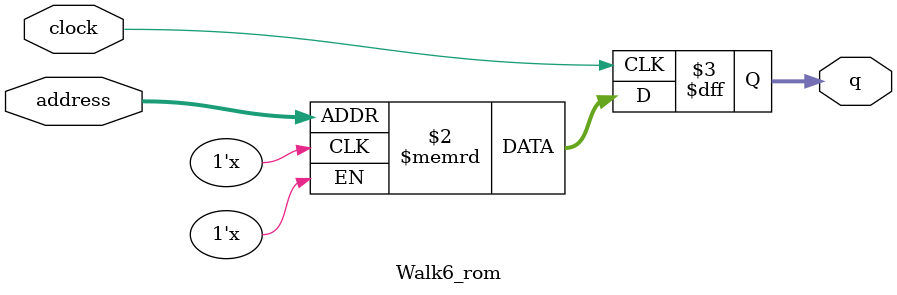
<source format=sv>
module Walk6_rom (
	input logic clock,
	input logic [12:0] address,
	output logic [2:0] q
);

logic [2:0] memory [0:5399] /* synthesis ram_init_file = "./Walk6/Walk6.mif" */;

always_ff @ (posedge clock) begin
	q <= memory[address];
end

endmodule

</source>
